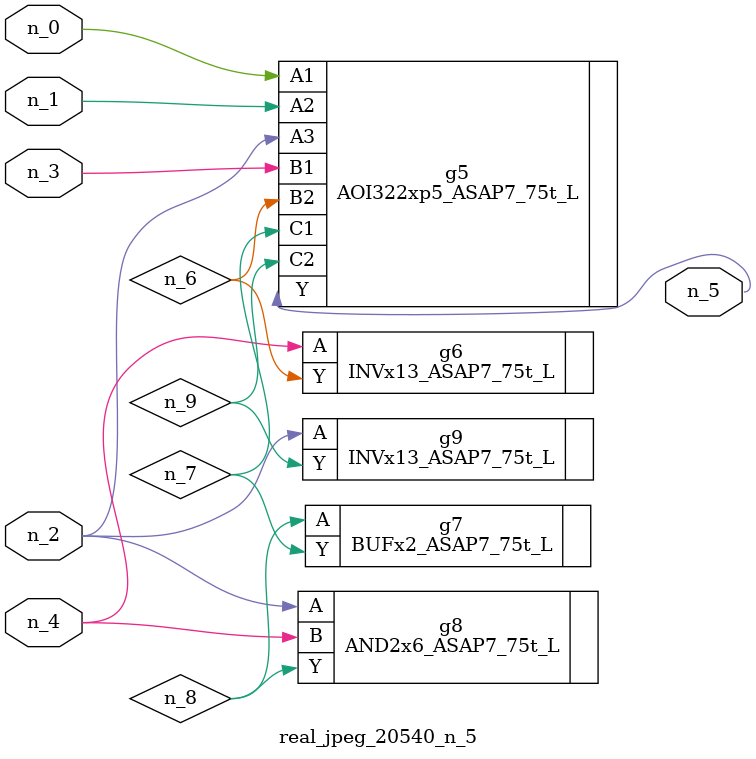
<source format=v>
module real_jpeg_20540_n_5 (n_4, n_0, n_1, n_2, n_3, n_5);

input n_4;
input n_0;
input n_1;
input n_2;
input n_3;

output n_5;

wire n_8;
wire n_6;
wire n_7;
wire n_9;

AOI322xp5_ASAP7_75t_L g5 ( 
.A1(n_0),
.A2(n_1),
.A3(n_2),
.B1(n_3),
.B2(n_6),
.C1(n_7),
.C2(n_9),
.Y(n_5)
);

AND2x6_ASAP7_75t_L g8 ( 
.A(n_2),
.B(n_4),
.Y(n_8)
);

INVx13_ASAP7_75t_L g9 ( 
.A(n_2),
.Y(n_9)
);

INVx13_ASAP7_75t_L g6 ( 
.A(n_4),
.Y(n_6)
);

BUFx2_ASAP7_75t_L g7 ( 
.A(n_8),
.Y(n_7)
);


endmodule
</source>
